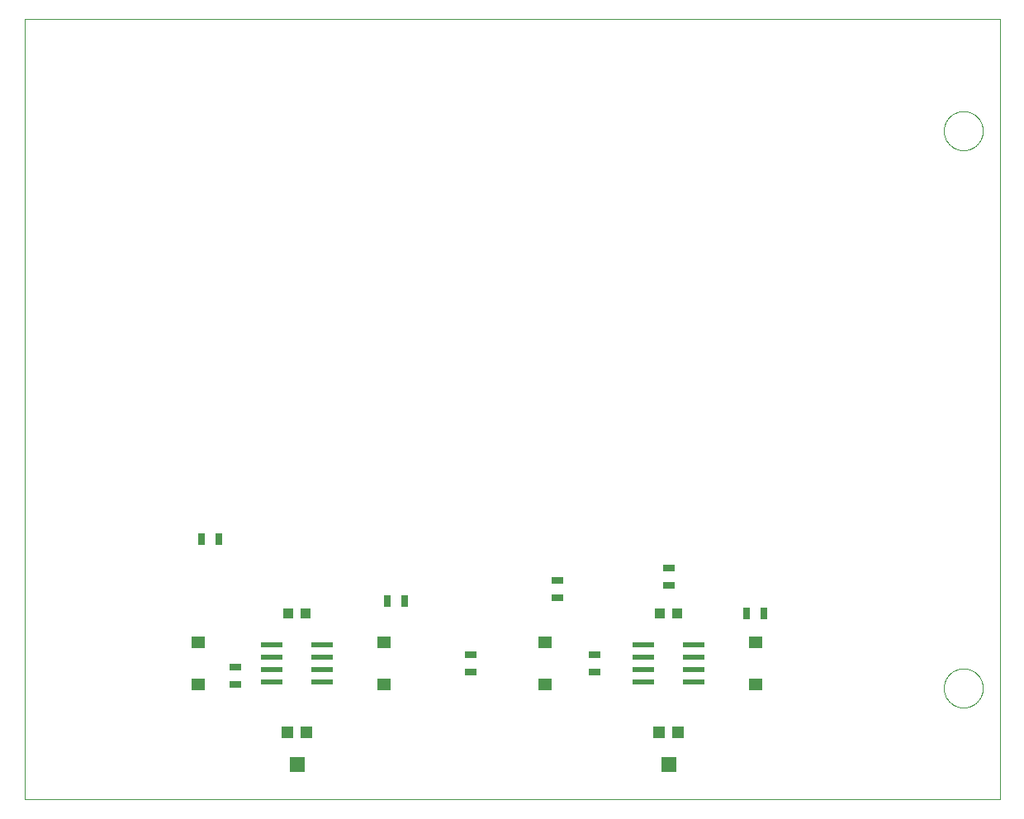
<source format=gbp>
G75*
%MOIN*%
%OFA0B0*%
%FSLAX25Y25*%
%IPPOS*%
%LPD*%
%AMOC8*
5,1,8,0,0,1.08239X$1,22.5*
%
%ADD10C,0.00000*%
%ADD11R,0.08661X0.02362*%
%ADD12R,0.04724X0.03150*%
%ADD13R,0.04331X0.03937*%
%ADD14R,0.05787X0.05000*%
%ADD15R,0.03150X0.04724*%
%ADD16R,0.04724X0.04724*%
%ADD17R,0.05906X0.06299*%
D10*
X0001300Y0022263D02*
X0001300Y0337223D01*
X0395001Y0337223D01*
X0395001Y0022263D01*
X0001300Y0022263D01*
X0372442Y0067263D02*
X0372444Y0067456D01*
X0372451Y0067649D01*
X0372463Y0067842D01*
X0372480Y0068035D01*
X0372501Y0068227D01*
X0372527Y0068418D01*
X0372558Y0068609D01*
X0372593Y0068799D01*
X0372633Y0068988D01*
X0372678Y0069176D01*
X0372727Y0069363D01*
X0372781Y0069549D01*
X0372839Y0069733D01*
X0372902Y0069916D01*
X0372970Y0070097D01*
X0373041Y0070276D01*
X0373118Y0070454D01*
X0373198Y0070630D01*
X0373283Y0070803D01*
X0373372Y0070975D01*
X0373465Y0071144D01*
X0373562Y0071311D01*
X0373664Y0071476D01*
X0373769Y0071638D01*
X0373878Y0071797D01*
X0373992Y0071954D01*
X0374109Y0072107D01*
X0374229Y0072258D01*
X0374354Y0072406D01*
X0374482Y0072551D01*
X0374613Y0072692D01*
X0374748Y0072831D01*
X0374887Y0072966D01*
X0375028Y0073097D01*
X0375173Y0073225D01*
X0375321Y0073350D01*
X0375472Y0073470D01*
X0375625Y0073587D01*
X0375782Y0073701D01*
X0375941Y0073810D01*
X0376103Y0073915D01*
X0376268Y0074017D01*
X0376435Y0074114D01*
X0376604Y0074207D01*
X0376776Y0074296D01*
X0376949Y0074381D01*
X0377125Y0074461D01*
X0377303Y0074538D01*
X0377482Y0074609D01*
X0377663Y0074677D01*
X0377846Y0074740D01*
X0378030Y0074798D01*
X0378216Y0074852D01*
X0378403Y0074901D01*
X0378591Y0074946D01*
X0378780Y0074986D01*
X0378970Y0075021D01*
X0379161Y0075052D01*
X0379352Y0075078D01*
X0379544Y0075099D01*
X0379737Y0075116D01*
X0379930Y0075128D01*
X0380123Y0075135D01*
X0380316Y0075137D01*
X0380509Y0075135D01*
X0380702Y0075128D01*
X0380895Y0075116D01*
X0381088Y0075099D01*
X0381280Y0075078D01*
X0381471Y0075052D01*
X0381662Y0075021D01*
X0381852Y0074986D01*
X0382041Y0074946D01*
X0382229Y0074901D01*
X0382416Y0074852D01*
X0382602Y0074798D01*
X0382786Y0074740D01*
X0382969Y0074677D01*
X0383150Y0074609D01*
X0383329Y0074538D01*
X0383507Y0074461D01*
X0383683Y0074381D01*
X0383856Y0074296D01*
X0384028Y0074207D01*
X0384197Y0074114D01*
X0384364Y0074017D01*
X0384529Y0073915D01*
X0384691Y0073810D01*
X0384850Y0073701D01*
X0385007Y0073587D01*
X0385160Y0073470D01*
X0385311Y0073350D01*
X0385459Y0073225D01*
X0385604Y0073097D01*
X0385745Y0072966D01*
X0385884Y0072831D01*
X0386019Y0072692D01*
X0386150Y0072551D01*
X0386278Y0072406D01*
X0386403Y0072258D01*
X0386523Y0072107D01*
X0386640Y0071954D01*
X0386754Y0071797D01*
X0386863Y0071638D01*
X0386968Y0071476D01*
X0387070Y0071311D01*
X0387167Y0071144D01*
X0387260Y0070975D01*
X0387349Y0070803D01*
X0387434Y0070630D01*
X0387514Y0070454D01*
X0387591Y0070276D01*
X0387662Y0070097D01*
X0387730Y0069916D01*
X0387793Y0069733D01*
X0387851Y0069549D01*
X0387905Y0069363D01*
X0387954Y0069176D01*
X0387999Y0068988D01*
X0388039Y0068799D01*
X0388074Y0068609D01*
X0388105Y0068418D01*
X0388131Y0068227D01*
X0388152Y0068035D01*
X0388169Y0067842D01*
X0388181Y0067649D01*
X0388188Y0067456D01*
X0388190Y0067263D01*
X0388188Y0067070D01*
X0388181Y0066877D01*
X0388169Y0066684D01*
X0388152Y0066491D01*
X0388131Y0066299D01*
X0388105Y0066108D01*
X0388074Y0065917D01*
X0388039Y0065727D01*
X0387999Y0065538D01*
X0387954Y0065350D01*
X0387905Y0065163D01*
X0387851Y0064977D01*
X0387793Y0064793D01*
X0387730Y0064610D01*
X0387662Y0064429D01*
X0387591Y0064250D01*
X0387514Y0064072D01*
X0387434Y0063896D01*
X0387349Y0063723D01*
X0387260Y0063551D01*
X0387167Y0063382D01*
X0387070Y0063215D01*
X0386968Y0063050D01*
X0386863Y0062888D01*
X0386754Y0062729D01*
X0386640Y0062572D01*
X0386523Y0062419D01*
X0386403Y0062268D01*
X0386278Y0062120D01*
X0386150Y0061975D01*
X0386019Y0061834D01*
X0385884Y0061695D01*
X0385745Y0061560D01*
X0385604Y0061429D01*
X0385459Y0061301D01*
X0385311Y0061176D01*
X0385160Y0061056D01*
X0385007Y0060939D01*
X0384850Y0060825D01*
X0384691Y0060716D01*
X0384529Y0060611D01*
X0384364Y0060509D01*
X0384197Y0060412D01*
X0384028Y0060319D01*
X0383856Y0060230D01*
X0383683Y0060145D01*
X0383507Y0060065D01*
X0383329Y0059988D01*
X0383150Y0059917D01*
X0382969Y0059849D01*
X0382786Y0059786D01*
X0382602Y0059728D01*
X0382416Y0059674D01*
X0382229Y0059625D01*
X0382041Y0059580D01*
X0381852Y0059540D01*
X0381662Y0059505D01*
X0381471Y0059474D01*
X0381280Y0059448D01*
X0381088Y0059427D01*
X0380895Y0059410D01*
X0380702Y0059398D01*
X0380509Y0059391D01*
X0380316Y0059389D01*
X0380123Y0059391D01*
X0379930Y0059398D01*
X0379737Y0059410D01*
X0379544Y0059427D01*
X0379352Y0059448D01*
X0379161Y0059474D01*
X0378970Y0059505D01*
X0378780Y0059540D01*
X0378591Y0059580D01*
X0378403Y0059625D01*
X0378216Y0059674D01*
X0378030Y0059728D01*
X0377846Y0059786D01*
X0377663Y0059849D01*
X0377482Y0059917D01*
X0377303Y0059988D01*
X0377125Y0060065D01*
X0376949Y0060145D01*
X0376776Y0060230D01*
X0376604Y0060319D01*
X0376435Y0060412D01*
X0376268Y0060509D01*
X0376103Y0060611D01*
X0375941Y0060716D01*
X0375782Y0060825D01*
X0375625Y0060939D01*
X0375472Y0061056D01*
X0375321Y0061176D01*
X0375173Y0061301D01*
X0375028Y0061429D01*
X0374887Y0061560D01*
X0374748Y0061695D01*
X0374613Y0061834D01*
X0374482Y0061975D01*
X0374354Y0062120D01*
X0374229Y0062268D01*
X0374109Y0062419D01*
X0373992Y0062572D01*
X0373878Y0062729D01*
X0373769Y0062888D01*
X0373664Y0063050D01*
X0373562Y0063215D01*
X0373465Y0063382D01*
X0373372Y0063551D01*
X0373283Y0063723D01*
X0373198Y0063896D01*
X0373118Y0064072D01*
X0373041Y0064250D01*
X0372970Y0064429D01*
X0372902Y0064610D01*
X0372839Y0064793D01*
X0372781Y0064977D01*
X0372727Y0065163D01*
X0372678Y0065350D01*
X0372633Y0065538D01*
X0372593Y0065727D01*
X0372558Y0065917D01*
X0372527Y0066108D01*
X0372501Y0066299D01*
X0372480Y0066491D01*
X0372463Y0066684D01*
X0372451Y0066877D01*
X0372444Y0067070D01*
X0372442Y0067263D01*
X0372442Y0292263D02*
X0372444Y0292456D01*
X0372451Y0292649D01*
X0372463Y0292842D01*
X0372480Y0293035D01*
X0372501Y0293227D01*
X0372527Y0293418D01*
X0372558Y0293609D01*
X0372593Y0293799D01*
X0372633Y0293988D01*
X0372678Y0294176D01*
X0372727Y0294363D01*
X0372781Y0294549D01*
X0372839Y0294733D01*
X0372902Y0294916D01*
X0372970Y0295097D01*
X0373041Y0295276D01*
X0373118Y0295454D01*
X0373198Y0295630D01*
X0373283Y0295803D01*
X0373372Y0295975D01*
X0373465Y0296144D01*
X0373562Y0296311D01*
X0373664Y0296476D01*
X0373769Y0296638D01*
X0373878Y0296797D01*
X0373992Y0296954D01*
X0374109Y0297107D01*
X0374229Y0297258D01*
X0374354Y0297406D01*
X0374482Y0297551D01*
X0374613Y0297692D01*
X0374748Y0297831D01*
X0374887Y0297966D01*
X0375028Y0298097D01*
X0375173Y0298225D01*
X0375321Y0298350D01*
X0375472Y0298470D01*
X0375625Y0298587D01*
X0375782Y0298701D01*
X0375941Y0298810D01*
X0376103Y0298915D01*
X0376268Y0299017D01*
X0376435Y0299114D01*
X0376604Y0299207D01*
X0376776Y0299296D01*
X0376949Y0299381D01*
X0377125Y0299461D01*
X0377303Y0299538D01*
X0377482Y0299609D01*
X0377663Y0299677D01*
X0377846Y0299740D01*
X0378030Y0299798D01*
X0378216Y0299852D01*
X0378403Y0299901D01*
X0378591Y0299946D01*
X0378780Y0299986D01*
X0378970Y0300021D01*
X0379161Y0300052D01*
X0379352Y0300078D01*
X0379544Y0300099D01*
X0379737Y0300116D01*
X0379930Y0300128D01*
X0380123Y0300135D01*
X0380316Y0300137D01*
X0380509Y0300135D01*
X0380702Y0300128D01*
X0380895Y0300116D01*
X0381088Y0300099D01*
X0381280Y0300078D01*
X0381471Y0300052D01*
X0381662Y0300021D01*
X0381852Y0299986D01*
X0382041Y0299946D01*
X0382229Y0299901D01*
X0382416Y0299852D01*
X0382602Y0299798D01*
X0382786Y0299740D01*
X0382969Y0299677D01*
X0383150Y0299609D01*
X0383329Y0299538D01*
X0383507Y0299461D01*
X0383683Y0299381D01*
X0383856Y0299296D01*
X0384028Y0299207D01*
X0384197Y0299114D01*
X0384364Y0299017D01*
X0384529Y0298915D01*
X0384691Y0298810D01*
X0384850Y0298701D01*
X0385007Y0298587D01*
X0385160Y0298470D01*
X0385311Y0298350D01*
X0385459Y0298225D01*
X0385604Y0298097D01*
X0385745Y0297966D01*
X0385884Y0297831D01*
X0386019Y0297692D01*
X0386150Y0297551D01*
X0386278Y0297406D01*
X0386403Y0297258D01*
X0386523Y0297107D01*
X0386640Y0296954D01*
X0386754Y0296797D01*
X0386863Y0296638D01*
X0386968Y0296476D01*
X0387070Y0296311D01*
X0387167Y0296144D01*
X0387260Y0295975D01*
X0387349Y0295803D01*
X0387434Y0295630D01*
X0387514Y0295454D01*
X0387591Y0295276D01*
X0387662Y0295097D01*
X0387730Y0294916D01*
X0387793Y0294733D01*
X0387851Y0294549D01*
X0387905Y0294363D01*
X0387954Y0294176D01*
X0387999Y0293988D01*
X0388039Y0293799D01*
X0388074Y0293609D01*
X0388105Y0293418D01*
X0388131Y0293227D01*
X0388152Y0293035D01*
X0388169Y0292842D01*
X0388181Y0292649D01*
X0388188Y0292456D01*
X0388190Y0292263D01*
X0388188Y0292070D01*
X0388181Y0291877D01*
X0388169Y0291684D01*
X0388152Y0291491D01*
X0388131Y0291299D01*
X0388105Y0291108D01*
X0388074Y0290917D01*
X0388039Y0290727D01*
X0387999Y0290538D01*
X0387954Y0290350D01*
X0387905Y0290163D01*
X0387851Y0289977D01*
X0387793Y0289793D01*
X0387730Y0289610D01*
X0387662Y0289429D01*
X0387591Y0289250D01*
X0387514Y0289072D01*
X0387434Y0288896D01*
X0387349Y0288723D01*
X0387260Y0288551D01*
X0387167Y0288382D01*
X0387070Y0288215D01*
X0386968Y0288050D01*
X0386863Y0287888D01*
X0386754Y0287729D01*
X0386640Y0287572D01*
X0386523Y0287419D01*
X0386403Y0287268D01*
X0386278Y0287120D01*
X0386150Y0286975D01*
X0386019Y0286834D01*
X0385884Y0286695D01*
X0385745Y0286560D01*
X0385604Y0286429D01*
X0385459Y0286301D01*
X0385311Y0286176D01*
X0385160Y0286056D01*
X0385007Y0285939D01*
X0384850Y0285825D01*
X0384691Y0285716D01*
X0384529Y0285611D01*
X0384364Y0285509D01*
X0384197Y0285412D01*
X0384028Y0285319D01*
X0383856Y0285230D01*
X0383683Y0285145D01*
X0383507Y0285065D01*
X0383329Y0284988D01*
X0383150Y0284917D01*
X0382969Y0284849D01*
X0382786Y0284786D01*
X0382602Y0284728D01*
X0382416Y0284674D01*
X0382229Y0284625D01*
X0382041Y0284580D01*
X0381852Y0284540D01*
X0381662Y0284505D01*
X0381471Y0284474D01*
X0381280Y0284448D01*
X0381088Y0284427D01*
X0380895Y0284410D01*
X0380702Y0284398D01*
X0380509Y0284391D01*
X0380316Y0284389D01*
X0380123Y0284391D01*
X0379930Y0284398D01*
X0379737Y0284410D01*
X0379544Y0284427D01*
X0379352Y0284448D01*
X0379161Y0284474D01*
X0378970Y0284505D01*
X0378780Y0284540D01*
X0378591Y0284580D01*
X0378403Y0284625D01*
X0378216Y0284674D01*
X0378030Y0284728D01*
X0377846Y0284786D01*
X0377663Y0284849D01*
X0377482Y0284917D01*
X0377303Y0284988D01*
X0377125Y0285065D01*
X0376949Y0285145D01*
X0376776Y0285230D01*
X0376604Y0285319D01*
X0376435Y0285412D01*
X0376268Y0285509D01*
X0376103Y0285611D01*
X0375941Y0285716D01*
X0375782Y0285825D01*
X0375625Y0285939D01*
X0375472Y0286056D01*
X0375321Y0286176D01*
X0375173Y0286301D01*
X0375028Y0286429D01*
X0374887Y0286560D01*
X0374748Y0286695D01*
X0374613Y0286834D01*
X0374482Y0286975D01*
X0374354Y0287120D01*
X0374229Y0287268D01*
X0374109Y0287419D01*
X0373992Y0287572D01*
X0373878Y0287729D01*
X0373769Y0287888D01*
X0373664Y0288050D01*
X0373562Y0288215D01*
X0373465Y0288382D01*
X0373372Y0288551D01*
X0373283Y0288723D01*
X0373198Y0288896D01*
X0373118Y0289072D01*
X0373041Y0289250D01*
X0372970Y0289429D01*
X0372902Y0289610D01*
X0372839Y0289793D01*
X0372781Y0289977D01*
X0372727Y0290163D01*
X0372678Y0290350D01*
X0372633Y0290538D01*
X0372593Y0290727D01*
X0372558Y0290917D01*
X0372527Y0291108D01*
X0372501Y0291299D01*
X0372480Y0291491D01*
X0372463Y0291684D01*
X0372451Y0291877D01*
X0372444Y0292070D01*
X0372442Y0292263D01*
D11*
X0271536Y0084763D03*
X0271536Y0079763D03*
X0271536Y0074763D03*
X0271536Y0069763D03*
X0251064Y0069763D03*
X0251064Y0074763D03*
X0251064Y0079763D03*
X0251064Y0084763D03*
X0121536Y0084763D03*
X0121536Y0079763D03*
X0121536Y0074763D03*
X0121536Y0069763D03*
X0101064Y0069763D03*
X0101064Y0074763D03*
X0101064Y0079763D03*
X0101064Y0084763D03*
D12*
X0086300Y0075806D03*
X0086300Y0068719D03*
X0181300Y0073719D03*
X0181300Y0080806D03*
X0216300Y0103719D03*
X0216300Y0110806D03*
X0231300Y0080806D03*
X0231300Y0073719D03*
X0261300Y0108719D03*
X0261300Y0115806D03*
D13*
X0257954Y0097263D03*
X0264646Y0097263D03*
X0114646Y0097263D03*
X0107954Y0097263D03*
D14*
X0071300Y0085727D03*
X0071300Y0068798D03*
X0146300Y0068798D03*
X0146300Y0085727D03*
X0211300Y0085727D03*
X0211300Y0068798D03*
X0296300Y0068798D03*
X0296300Y0085727D03*
D15*
X0292757Y0097263D03*
X0299843Y0097263D03*
X0154843Y0102263D03*
X0147757Y0102263D03*
X0079843Y0127263D03*
X0072757Y0127263D03*
D16*
X0107363Y0049448D03*
X0115237Y0049448D03*
X0257363Y0049448D03*
X0265237Y0049448D03*
D17*
X0261300Y0036357D03*
X0111300Y0036357D03*
M02*

</source>
